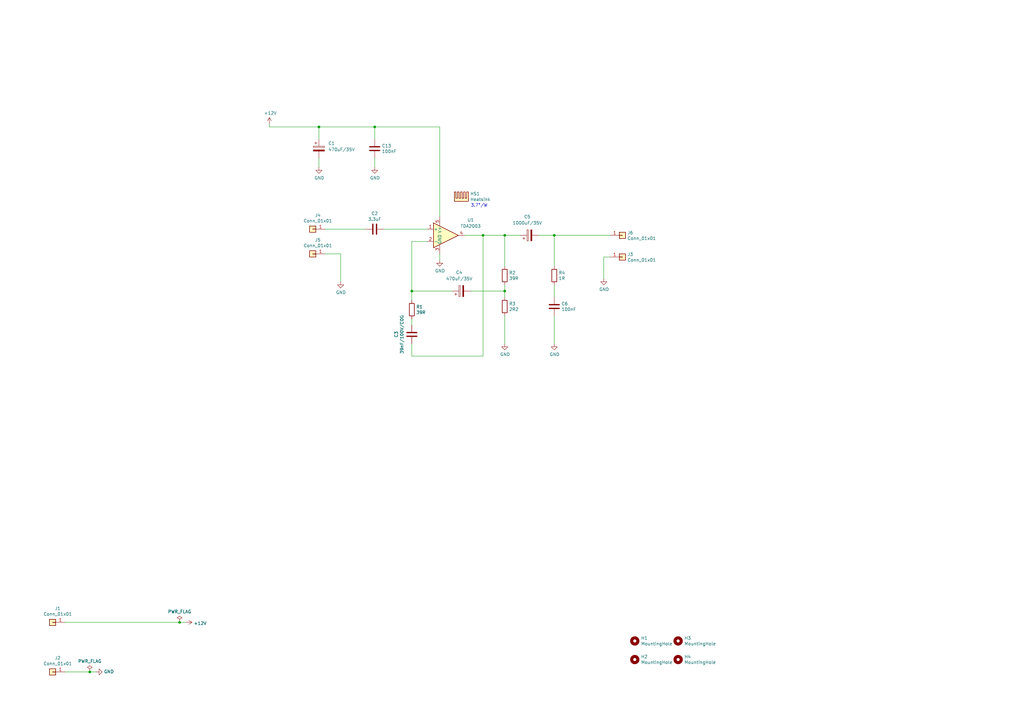
<source format=kicad_sch>
(kicad_sch (version 20231120) (generator "eeschema") (generator_version "8.0")
  (paper "A3")
  (title_block (title "Amplifier TDA2003") (date "2024-10-06") (rev "V1"))
  (lib_symbols
    (symbol "Amplifier_Audio:TDA2003" (pin_names (offset 0.127))
      (property "Reference" "U" (at 3.81 6.35 0))
      (property "Value" "TDA2003" (at 3.81 3.81 0))
      (symbol "TDA2003_0_1"
        (polyline (pts (xy -5.08 5.08) (xy 5.08 0) (xy -5.08 -5.08) (xy -5.08 5.08)) (stroke (width 0.254)) (fill (type background)))
      )
      (symbol "TDA2003_1_1"
        (pin input line (at -7.62 2.54 0) (length 2.54) (name "+") (number "1"))
        (pin input line (at -7.62 -2.54 0) (length 2.54) (name "-") (number "2"))
        (pin power_in line (at -2.54 -7.62 90) (length 3.81) (name "GND") (number "3"))
        (pin output line (at 7.62 0 180) (length 2.54) (name "~") (number "4"))
        (pin power_in line (at -2.54 7.62 270) (length 3.81) (name "V+") (number "5"))
      )
    )
    (symbol "Connector_Generic:Conn_01x01" (pin_names (offset 1.016) hide)
      (property "Reference" "J" (at 0 2.54 0))
      (property "Value" "Conn_01x01" (at 0 -2.54 0))
      (symbol "Conn_01x01_1_1"
        (rectangle (start -1.27 0.127) (end 0 -0.127) (stroke (width 0.1524)))
        (rectangle (start -1.27 1.27) (end 1.27 -1.27) (stroke (width 0.254)) (fill (type background)))
        (pin passive line (at -5.08 0 0) (length 3.81) (name "Pin_1") (number "1"))
      )
    )
    (symbol "Device:C" (pin_numbers hide) (pin_names (offset 0.254))
      (property "Reference" "C" (at 0.635 2.54 0))
      (property "Value" "C" (at 0.635 -2.54 0))
      (symbol "C_0_1"
        (polyline (pts (xy -2.032 -0.762) (xy 2.032 -0.762)) (stroke (width 0.508)))
        (polyline (pts (xy -2.032 0.762) (xy 2.032 0.762)) (stroke (width 0.508)))
      )
      (symbol "C_1_1"
        (pin passive line (at 0 3.81 270) (length 2.794) (name "~") (number "1"))
        (pin passive line (at 0 -3.81 90) (length 2.794) (name "~") (number "2"))
      )
    )
    (symbol "Device:C_Polarized" (pin_numbers hide) (pin_names (offset 0.254))
      (property "Reference" "C" (at 0.635 2.54 0))
      (property "Value" "C_Polarized" (at 0.635 -2.54 0))
      (symbol "C_Polarized_0_1"
        (rectangle (start -2.286 0.508) (end 2.286 1.016))
        (polyline (pts (xy -1.778 2.286) (xy -0.762 2.286)))
        (polyline (pts (xy -1.27 2.794) (xy -1.27 1.778)))
        (rectangle (start 2.286 -0.508) (end -2.286 -1.016) (fill (type outline)))
      )
      (symbol "C_Polarized_1_1"
        (pin passive line (at 0 3.81 270) (length 2.794) (name "~") (number "1"))
        (pin passive line (at 0 -3.81 90) (length 2.794) (name "~") (number "2"))
      )
    )
    (symbol "Device:R" (pin_numbers hide) (pin_names (offset 0))
      (property "Reference" "R" (at 2.032 0 90))
      (property "Value" "R" (at 0 0 90))
      (symbol "R_0_1"
        (rectangle (start -1.016 -2.54) (end 1.016 2.54) (stroke (width 0.254)))
      )
      (symbol "R_1_1"
        (pin passive line (at 0 3.81 270) (length 1.27) (name "~") (number "1"))
        (pin passive line (at 0 -3.81 90) (length 1.27) (name "~") (number "2"))
      )
    )
    (symbol "Mechanical:Heatsink" (pin_names (offset 1.016)) (exclude_from_sim yes)
      (property "Reference" "HS" (at 0 5.08 0))
      (property "Value" "Heatsink" (at 0 -1.27 0))
      (symbol "Heatsink_0_1"
        (polyline (pts (xy -0.3302 1.27) (xy -0.9652 1.27) (xy -0.9652 3.81) (xy -1.6002 3.81) (xy -1.6002 1.27) (xy -2.2352 1.27) (xy -2.2352 3.81) (xy -2.8702 3.81) (xy -2.8702 0) (xy -0.9652 0)) (stroke (width 0.254)) (fill (type background)))
        (polyline (pts (xy -0.3302 1.27) (xy -0.3302 3.81) (xy 0.3048 3.81) (xy 0.3048 1.27) (xy 0.9398 1.27) (xy 0.9398 3.81) (xy 1.5748 3.81) (xy 1.5748 1.27) (xy 2.2098 1.27) (xy 2.2098 3.81) (xy 2.8448 3.81) (xy 2.8448 0) (xy -0.9652 0)) (stroke (width 0.254)) (fill (type background)))
      )
    )
    (symbol "Mechanical:MountingHole" (pin_names (offset 1.016))
      (property "Reference" "H" (at 0 5.08 0))
      (property "Value" "MountingHole" (at 0 3.175 0))
      (symbol "MountingHole_0_1"
        (circle (center 0 0) (radius 1.27) (stroke (width 1.27)))
      )
    )
    (symbol "power:+15V" (power) (pin_names (offset 0))
      (property "Value" "+15V" (at 0 3.556 0))
      (symbol "+15V_0_1"
        (polyline (pts (xy -0.762 1.27) (xy 0 2.54)))
        (polyline (pts (xy 0 0) (xy 0 2.54)))
        (polyline (pts (xy 0 2.54) (xy 0.762 1.27)))
      )
      (symbol "+15V_1_1"
        (pin power_in line (at 0 0 90) (length 0) hide (name "+15V") (number "1"))
      )
    )
    (symbol "power:GND" (power) (pin_names (offset 0))
      (property "Value" "GND" (at 0 -3.81 0))
      (symbol "GND_0_1"
        (polyline (pts (xy 0 0) (xy 0 -1.27) (xy 1.27 -1.27) (xy 0 -2.54) (xy -1.27 -1.27) (xy 0 -1.27)))
      )
      (symbol "GND_1_1"
        (pin power_in line (at 0 0 270) (length 0) hide (name "GND") (number "1"))
      )
    )
    (symbol "power:PWR_FLAG" (power) (pin_numbers hide) (pin_names (offset 0) hide)
      (property "Value" "PWR_FLAG" (at 0 3.81 0))
      (symbol "PWR_FLAG_0_0"
        (pin power_out line (at 0 0 90) (length 0) (name "pwr") (number "1"))
      )
      (symbol "PWR_FLAG_0_1"
        (polyline (pts (xy 0 0) (xy 0 1.27) (xy -1.016 1.905) (xy 0 2.54) (xy 1.016 1.905) (xy 0 1.27)))
      )
    )
  )
  (junction (at 207.01 119.38))
  (junction (at 168.91 119.38))
  (junction (at 36.83 275.59))
  (junction (at 227.33 96.52))
  (junction (at 130.81 52.07))
  (junction (at 198.12 96.52))
  (junction (at 73.66 255.27))
  (junction (at 153.67 52.07))
  (junction (at 207.01 96.52))
  (wire (pts (xy 73.66 255.27) (xy 76.2 255.27)))
  (wire (pts (xy 130.81 52.07) (xy 153.67 52.07)))
  (wire (pts (xy 247.65 105.41) (xy 247.65 114.3)))
  (wire (pts (xy 153.67 52.07) (xy 180.34 52.07)))
  (wire (pts (xy 180.34 104.14) (xy 180.34 106.68)))
  (wire (pts (xy 168.91 119.38) (xy 168.91 99.06)))
  (wire (pts (xy 180.34 52.07) (xy 180.34 88.9)))
  (wire (pts (xy 26.67 255.27) (xy 73.66 255.27)))
  (wire (pts (xy 207.01 129.54) (xy 207.01 140.97)))
  (wire (pts (xy 153.67 57.15) (xy 153.67 52.07)))
  (wire (pts (xy 207.01 96.52) (xy 213.36 96.52)))
  (wire (pts (xy 227.33 96.52) (xy 250.19 96.52)))
  (wire (pts (xy 110.49 52.07) (xy 110.49 50.8)))
  (wire (pts (xy 227.33 129.54) (xy 227.33 140.97)))
  (wire (pts (xy 157.48 93.98) (xy 175.26 93.98)))
  (wire (pts (xy 26.67 275.59) (xy 36.83 275.59)))
  (wire (pts (xy 227.33 116.84) (xy 227.33 121.92)))
  (wire (pts (xy 130.81 52.07) (xy 130.81 57.15)))
  (wire (pts (xy 139.7 104.14) (xy 139.7 115.57)))
  (wire (pts (xy 250.19 105.41) (xy 247.65 105.41)))
  (wire (pts (xy 153.67 68.58) (xy 153.67 64.77)))
  (wire (pts (xy 110.49 52.07) (xy 130.81 52.07)))
  (wire (pts (xy 36.83 275.59) (xy 39.37 275.59)))
  (wire (pts (xy 133.35 93.98) (xy 149.86 93.98)))
  (wire (pts (xy 133.35 104.14) (xy 139.7 104.14)))
  (wire (pts (xy 168.91 123.19) (xy 168.91 119.38)))
  (wire (pts (xy 168.91 130.81) (xy 168.91 133.35)))
  (wire (pts (xy 198.12 96.52) (xy 190.5 96.52)))
  (wire (pts (xy 207.01 119.38) (xy 207.01 116.84)))
  (wire (pts (xy 207.01 96.52) (xy 198.12 96.52)))
  (wire (pts (xy 220.98 96.52) (xy 227.33 96.52)))
  (wire (pts (xy 168.91 119.38) (xy 185.42 119.38)))
  (wire (pts (xy 207.01 119.38) (xy 207.01 121.92)))
  (wire (pts (xy 168.91 146.05) (xy 198.12 146.05)))
  (wire (pts (xy 198.12 146.05) (xy 198.12 96.52)))
  (wire (pts (xy 168.91 140.97) (xy 168.91 146.05)))
  (wire (pts (xy 130.81 68.58) (xy 130.81 64.77)))
  (wire (pts (xy 168.91 99.06) (xy 175.26 99.06)))
  (wire (pts (xy 193.04 119.38) (xy 207.01 119.38)))
  (wire (pts (xy 227.33 96.52) (xy 227.33 109.22)))
  (wire (pts (xy 207.01 109.22) (xy 207.01 96.52)))
  (text "3.7°/W" (at 193.04 85.09 0) (effects (font (size 1.27 1.27)) (justify left bottom)))
  (symbol (lib_id "Device:C") (at 153.67 93.98 270) (unit 1)
    (property "Reference" "C2" (at 153.67 87.5792 90))
    (property "Value" "3.3uF" (at 153.67 89.8906 90))
    (property "Footprint" "Capacitor_THT:C_Rect_L7.2mm_W7.2mm_P5.00mm_FKS2_FKP2_MKS2_MKP2" (effects (hide yes)))
  )
  (symbol (lib_id "Device:R") (at 168.91 127 0) (unit 1)
    (property "Reference" "R1" (at 170.688 125.8316 0) (effects (justify left)))
    (property "Value" "39R" (at 170.688 128.143 0) (effects (justify left)))
    (property "Footprint" "Resistor_SMD:R_0805_2012Metric_Pad1.20x1.40mm_HandSolder" (effects (hide yes)))
  )
  (symbol (lib_id "power:GND") (at 139.7 115.57 0) (unit 1)
    (property "Reference" "#PWR04" (effects (hide yes)))
    (property "Value" "GND" (at 139.827 119.9642 0))
  )
  (symbol (lib_id "Mechanical:MountingHole") (at 260.35 262.89 0) (unit 1)
    (property "Reference" "H1" (at 262.89 261.7216 0) (effects (justify left)))
    (property "Value" "MountingHole" (at 262.89 264.033 0) (effects (justify left)))
    (property "Footprint" "MountingHole:MountingHole_3.2mm_M3_Pad_Via" (effects (hide yes)))
  )
  (symbol (lib_id "Mechanical:MountingHole") (at 278.13 262.89 0) (unit 1)
    (property "Reference" "H3" (at 280.67 261.7216 0) (effects (justify left)))
    (property "Value" "MountingHole" (at 280.67 264.033 0) (effects (justify left)))
    (property "Footprint" "MountingHole:MountingHole_3.2mm_M3_Pad_Via" (effects (hide yes)))
  )
  (symbol (lib_id "Mechanical:MountingHole") (at 260.35 270.51 0) (unit 1)
    (property "Reference" "H2" (at 262.89 269.3416 0) (effects (justify left)))
    (property "Value" "MountingHole" (at 262.89 271.653 0) (effects (justify left)))
    (property "Footprint" "MountingHole:MountingHole_3.2mm_M3_Pad_Via" (effects (hide yes)))
  )
  (symbol (lib_id "Mechanical:MountingHole") (at 278.13 270.51 0) (unit 1)
    (property "Reference" "H4" (at 280.67 269.3416 0) (effects (justify left)))
    (property "Value" "MountingHole" (at 280.67 271.653 0) (effects (justify left)))
    (property "Footprint" "MountingHole:MountingHole_3.2mm_M3_Pad_Via" (effects (hide yes)))
  )
  (symbol (lib_id "Connector_Generic:Conn_01x01") (at 128.27 93.98 180) (unit 1)
    (property "Reference" "J4" (at 130.3528 88.265 0))
    (property "Value" "Conn_01x01" (at 130.3528 90.5764 0))
    (property "Footprint" "Connector_Pin:Pin_D1.0mm_L10.0mm" (effects (hide yes)))
  )
  (symbol (lib_id "Connector_Generic:Conn_01x01") (at 128.27 104.14 180) (unit 1)
    (property "Reference" "J5" (at 130.3528 98.425 0))
    (property "Value" "Conn_01x01" (at 130.3528 100.7364 0))
    (property "Footprint" "Connector_Pin:Pin_D1.0mm_L10.0mm" (effects (hide yes)))
  )
  (symbol (lib_id "power:+15V") (at 110.49 50.8 0) (unit 1)
    (property "Reference" "#PWR05" (effects (hide yes)))
    (property "Value" "+12V" (at 110.871 46.4058 0))
  )
  (symbol (lib_id "Connector_Generic:Conn_01x01") (at 255.27 96.52 0) (unit 1)
    (property "Reference" "J6" (at 257.302 95.4532 0) (effects (justify left)))
    (property "Value" "Conn_01x01" (at 257.302 97.7646 0) (effects (justify left)))
    (property "Footprint" "Connector_Pin:Pin_D1.0mm_L10.0mm" (effects (hide yes)))
  )
  (symbol (lib_id "Connector_Generic:Conn_01x01") (at 21.59 255.27 180) (unit 1)
    (property "Reference" "J1" (at 23.6728 249.555 0))
    (property "Value" "Conn_01x01" (at 23.6728 251.8664 0))
    (property "Footprint" "Connector_Pin:Pin_D1.0mm_L10.0mm" (effects (hide yes)))
  )
  (symbol (lib_id "Connector_Generic:Conn_01x01") (at 21.59 275.59 180) (unit 1)
    (property "Reference" "J2" (at 23.6728 269.875 0))
    (property "Value" "Conn_01x01" (at 23.6728 272.1864 0))
    (property "Footprint" "Connector_Pin:Pin_D1.0mm_L10.0mm" (effects (hide yes)))
  )
  (symbol (lib_id "power:GND") (at 39.37 275.59 90) (unit 1)
    (property "Reference" "#PWR02" (effects (hide yes)))
    (property "Value" "GND" (at 42.6212 275.463 90) (effects (justify right)))
  )
  (symbol (lib_id "power:+15V") (at 76.2 255.27 270) (unit 1)
    (property "Reference" "#PWR01" (effects (hide yes)))
    (property "Value" "+12V" (at 79.4512 255.651 90) (effects (justify left)))
  )
  (symbol (lib_id "power:GND") (at 153.67 68.58 0) (unit 1)
    (property "Reference" "#PWR010" (effects (hide yes)))
    (property "Value" "GND" (at 153.797 72.9742 0))
  )
  (symbol (lib_id "power:PWR_FLAG") (at 36.83 275.59 0) (unit 1)
    (property "Reference" "#FLG0101" (effects (hide yes)))
    (property "Value" "PWR_FLAG" (at 36.83 271.1958 0))
  )
  (symbol (lib_id "Device:C") (at 153.67 60.96 180) (unit 1)
    (property "Reference" "C13" (at 156.591 59.7916 0) (effects (justify right)))
    (property "Value" "100nF" (at 156.591 62.103 0) (effects (justify right)))
    (property "Footprint" "Capacitor_SMD:C_1206_3216Metric_Pad1.33x1.80mm_HandSolder" (effects (hide yes)))
  )
  (symbol (lib_id "power:PWR_FLAG") (at 73.66 255.27 0) (unit 1)
    (property "Reference" "#FLG01" (effects (hide yes)))
    (property "Value" "PWR_FLAG" (at 73.66 250.8758 0))
  )
  (symbol (lib_id "Connector_Generic:Conn_01x01") (at 255.27 105.41 0) (unit 1)
    (property "Reference" "J3" (at 257.302 104.3432 0) (effects (justify left)))
    (property "Value" "Conn_01x01" (at 257.302 106.6546 0) (effects (justify left)))
    (property "Footprint" "Connector_Pin:Pin_D1.0mm_L10.0mm" (effects (hide yes)))
  )
  (symbol (lib_id "Amplifier_Audio:TDA2003") (at 182.88 96.52 0) (unit 1)
    (property "Reference" "U1" (at 193.04 90.2014 0))
    (property "Value" "TDA2003" (at 193.04 92.7414 0))
    (property "Footprint" "Package_TO_SOT_THT:TO-220-5_P3.4x3.7mm_StaggerOdd_Lead3.8mm_Vertical" (effects (hide yes)))
    (property "Datasheet" "http://www.st.com/resource/en/datasheet/cd00000123.pdf" (effects (hide yes)))
    (property "Description" "10W Car Radio Audio Amplifier, TO-220-5" (effects (hide yes)))
  )
  (symbol (lib_id "Device:C") (at 227.33 125.73 180) (unit 1)
    (property "Reference" "C6" (at 230.251 124.5616 0) (effects (justify right)))
    (property "Value" "100nF" (at 230.251 126.873 0) (effects (justify right)))
    (property "Footprint" "Capacitor_SMD:C_1206_3216Metric_Pad1.33x1.80mm_HandSolder" (effects (hide yes)))
  )
  (symbol (lib_id "power:GND") (at 207.01 140.97 0) (unit 1)
    (property "Reference" "#PWR07" (effects (hide yes)))
    (property "Value" "GND" (at 207.137 145.3642 0))
  )
  (symbol (lib_id "Device:C_Polarized") (at 130.81 60.96 0) (unit 1)
    (property "Reference" "C1" (at 134.62 58.8009 0) (effects (justify left)))
    (property "Value" "470uF/35V" (at 134.62 61.3409 0) (effects (justify left)))
    (property "Footprint" "Capacitor_THT:CP_Radial_D10.0mm_P5.00mm" (effects (hide yes)))
    (property "Description" "Polarized capacitor" (effects (hide yes)))
  )
  (symbol (lib_id "Device:R") (at 227.33 113.03 0) (unit 1)
    (property "Reference" "R4" (at 229.108 111.8616 0) (effects (justify left)))
    (property "Value" "1R" (at 229.108 114.173 0) (effects (justify left)))
    (property "Footprint" "Resistor_SMD:R_0805_2012Metric_Pad1.20x1.40mm_HandSolder" (effects (hide yes)))
  )
  (symbol (lib_id "Mechanical:Heatsink") (at 189.23 82.55 0) (unit 1)
    (property "Reference" "HS1" (at 192.8368 79.4766 0) (effects (justify left)))
    (property "Value" "Heatsink" (at 192.8368 81.788 0) (effects (justify left)))
    (property "Footprint" "Heatsink:Heatsink_Fischer_SK129-STS_42x25mm_2xDrill2.5mm" (effects (hide yes)))
    (property "Description" "Heatsink" (effects (hide yes)))
  )
  (symbol (lib_id "power:GND") (at 180.34 106.68 0) (unit 1)
    (property "Reference" "#PWR03" (effects (hide yes)))
    (property "Value" "GND" (at 180.467 111.0742 0))
  )
  (symbol (lib_id "Device:C") (at 168.91 137.16 0) (unit 1)
    (property "Reference" "C3" (at 162.5092 137.16 90))
    (property "Value" "39nF/100V/C0G" (at 164.8206 137.16 90))
    (property "Footprint" "Capacitor_SMD:C_0805_2012Metric_Pad1.18x1.45mm_HandSolder" (effects (hide yes)))
  )
  (symbol (lib_id "Device:R") (at 207.01 113.03 0) (unit 1)
    (property "Reference" "R2" (at 208.788 111.8616 0) (effects (justify left)))
    (property "Value" "39R" (at 208.788 114.173 0) (effects (justify left)))
    (property "Footprint" "Resistor_SMD:R_0805_2012Metric_Pad1.20x1.40mm_HandSolder" (effects (hide yes)))
  )
  (symbol (lib_id "power:GND") (at 130.81 68.58 0) (unit 1)
    (property "Reference" "#PWR06" (effects (hide yes)))
    (property "Value" "GND" (at 130.937 72.9742 0))
  )
  (symbol (lib_id "Device:R") (at 207.01 125.73 0) (unit 1)
    (property "Reference" "R3" (at 208.788 124.5616 0) (effects (justify left)))
    (property "Value" "2R2" (at 208.788 126.873 0) (effects (justify left)))
    (property "Footprint" "Resistor_SMD:R_0805_2012Metric_Pad1.20x1.40mm_HandSolder" (effects (hide yes)))
  )
  (symbol (lib_id "power:GND") (at 247.65 114.3 0) (unit 1)
    (property "Reference" "#PWR09" (effects (hide yes)))
    (property "Value" "GND" (at 247.777 118.6942 0))
  )
  (symbol (lib_id "Device:C_Polarized") (at 217.17 96.52 90) (unit 1)
    (property "Reference" "C5" (at 216.281 88.9 90))
    (property "Value" "1000uF/35V" (at 216.281 91.44 90))
    (property "Footprint" "Capacitor_THT:CP_Radial_D12.5mm_P5.00mm" (effects (hide yes)))
    (property "Description" "Polarized capacitor" (effects (hide yes)))
  )
  (symbol (lib_id "Device:C_Polarized") (at 189.23 119.38 90) (unit 1)
    (property "Reference" "C4" (at 188.341 111.76 90))
    (property "Value" "470uF/35V" (at 188.341 114.3 90))
    (property "Footprint" "Capacitor_THT:CP_Radial_D10.0mm_P5.00mm" (effects (hide yes)))
    (property "Description" "Polarized capacitor" (effects (hide yes)))
  )
  (symbol (lib_id "power:GND") (at 227.33 140.97 0) (unit 1)
    (property "Reference" "#PWR08" (effects (hide yes)))
    (property "Value" "GND" (at 227.457 145.3642 0))
  )
)
</source>
